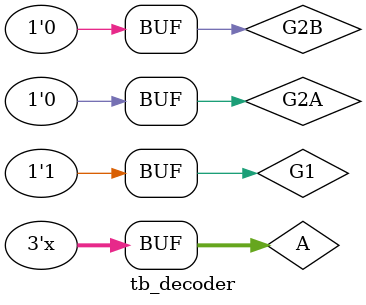
<source format=v>
`timescale  1ns / 1ps  

module tb_decoder;     
    // decoder Inputs
    reg   G1                                   = 0 ;
    reg   G2A                                  = 0 ;
    reg   G2B                                  = 0 ;
    reg   [2:0]  A                             = 0 ;

    // decoder Outputs
    wire  [7:0]  Y                             ;

    decoder  u_decoder (
        .G1                      ( G1         ),
        .G2A                     ( G2A        ),
        .G2B                     ( G2B        ),
        .A                       ( A    [2:0] ),

        .Y                       ( Y    [7:0] )
    );

    initial
    begin
        {G1, G2A, G2B} = 3'b100;
        A = 3'b000;
    end

    always
    begin
        #100;
		A = A + 1'b1;
    end
endmodule
</source>
